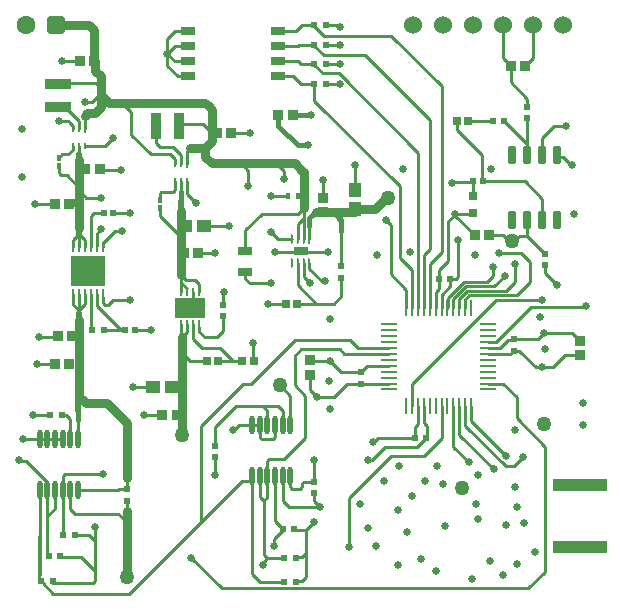
<source format=gbl>
G04*
G04 #@! TF.GenerationSoftware,Altium Limited,Altium Designer,24.9.1 (31)*
G04*
G04 Layer_Physical_Order=6*
G04 Layer_Color=16711680*
%FSLAX25Y25*%
%MOIN*%
G70*
G04*
G04 #@! TF.SameCoordinates,E493A569-BD46-4AD9-B400-18CC68C2C09C*
G04*
G04*
G04 #@! TF.FilePolarity,Positive*
G04*
G01*
G75*
%ADD11C,0.01000*%
%ADD13C,0.02000*%
%ADD20R,0.17953X0.03937*%
%ADD28R,0.01968X0.01968*%
%ADD29R,0.02047X0.02047*%
%ADD41C,0.06000*%
%ADD45C,0.01700*%
%ADD46C,0.02050*%
%ADD47C,0.01500*%
G04:AMPARAMS|DCode=50|XSize=62.99mil|YSize=62.99mil|CornerRadius=15.75mil|HoleSize=0mil|Usage=FLASHONLY|Rotation=180.000|XOffset=0mil|YOffset=0mil|HoleType=Round|Shape=RoundedRectangle|*
%AMROUNDEDRECTD50*
21,1,0.06299,0.03150,0,0,180.0*
21,1,0.03150,0.06299,0,0,180.0*
1,1,0.03150,-0.01575,0.01575*
1,1,0.03150,0.01575,0.01575*
1,1,0.03150,0.01575,-0.01575*
1,1,0.03150,-0.01575,-0.01575*
%
%ADD50ROUNDEDRECTD50*%
%ADD51C,0.06299*%
%ADD52C,0.02500*%
%ADD53C,0.05000*%
%ADD59C,0.03000*%
%ADD60R,0.02362X0.01968*%
%ADD61R,0.04355X0.05138*%
%ADD62R,0.01968X0.02362*%
%ADD63R,0.09055X0.03347*%
%ADD64R,0.00787X0.02638*%
%ADD65O,0.00787X0.02638*%
%ADD66R,0.01772X0.01968*%
%ADD67R,0.04724X0.03150*%
%ADD68R,0.01575X0.01968*%
%ADD69R,0.03563X0.03568*%
%ADD70O,0.01772X0.06299*%
G04:AMPARAMS|DCode=71|XSize=33.22mil|YSize=9.55mil|CornerRadius=4.77mil|HoleSize=0mil|Usage=FLASHONLY|Rotation=270.000|XOffset=0mil|YOffset=0mil|HoleType=Round|Shape=RoundedRectangle|*
%AMROUNDEDRECTD71*
21,1,0.03322,0.00000,0,0,270.0*
21,1,0.02367,0.00955,0,0,270.0*
1,1,0.00955,0.00000,-0.01184*
1,1,0.00955,0.00000,0.01184*
1,1,0.00955,0.00000,0.01184*
1,1,0.00955,0.00000,-0.01184*
%
%ADD71ROUNDEDRECTD71*%
%ADD72R,0.03347X0.09055*%
%ADD73R,0.00981X0.03169*%
%ADD74R,0.11811X0.10236*%
%ADD75R,0.02362X0.02165*%
%ADD76R,0.01100X0.05300*%
%ADD77R,0.05300X0.01100*%
%ADD78R,0.03568X0.03563*%
%ADD79R,0.02816X0.02648*%
%ADD80R,0.01968X0.01968*%
%ADD81R,0.02756X0.02756*%
%ADD82R,0.05000X0.02992*%
G04:AMPARAMS|DCode=83|XSize=23.62mil|YSize=57.09mil|CornerRadius=2.01mil|HoleSize=0mil|Usage=FLASHONLY|Rotation=180.000|XOffset=0mil|YOffset=0mil|HoleType=Round|Shape=RoundedRectangle|*
%AMROUNDEDRECTD83*
21,1,0.02362,0.05307,0,0,180.0*
21,1,0.01961,0.05709,0,0,180.0*
1,1,0.00402,-0.00980,0.02653*
1,1,0.00402,0.00980,0.02653*
1,1,0.00402,0.00980,-0.02653*
1,1,0.00402,-0.00980,-0.02653*
%
%ADD83ROUNDEDRECTD83*%
%ADD84R,0.00955X0.03322*%
%ADD85R,0.05118X0.02756*%
%ADD86R,0.05138X0.04355*%
%ADD87R,0.10000X0.06693*%
G04:AMPARAMS|DCode=88|XSize=29.77mil|YSize=9.55mil|CornerRadius=4.77mil|HoleSize=0mil|Usage=FLASHONLY|Rotation=90.000|XOffset=0mil|YOffset=0mil|HoleType=Round|Shape=RoundedRectangle|*
%AMROUNDEDRECTD88*
21,1,0.02977,0.00000,0,0,90.0*
21,1,0.02022,0.00955,0,0,90.0*
1,1,0.00955,0.00000,0.01011*
1,1,0.00955,0.00000,-0.01011*
1,1,0.00955,0.00000,-0.01011*
1,1,0.00955,0.00000,0.01011*
%
%ADD88ROUNDEDRECTD88*%
%ADD89R,0.00955X0.02977*%
%ADD90R,0.02756X0.02559*%
%ADD91C,0.02500*%
D11*
X172000Y60500D02*
Y67500D01*
X181362Y9362D02*
Y51138D01*
X172000Y60500D02*
X181362Y51138D01*
X167358Y72142D02*
X172000Y67500D01*
X152890Y55110D02*
X164500Y43500D01*
X152890Y55110D02*
Y64550D01*
X150921Y51079D02*
Y64550D01*
Y51079D02*
X156000Y46000D01*
X128000Y51000D02*
X138969D01*
X123787Y46787D02*
X128000Y51000D01*
X122500Y46500D02*
X122787Y46787D01*
X123787D01*
X138969Y51000D02*
X141969Y54000D01*
X113000Y83500D02*
X114516Y81984D01*
X100121Y83500D02*
X113000D01*
X114516Y81984D02*
X129550D01*
X109848Y79750D02*
X113630Y75968D01*
X120000D01*
Y72031D02*
X120110Y72142D01*
X129550D01*
X66793Y26207D02*
X66975Y26025D01*
X17627Y2000D02*
X42950D01*
X80514Y39564D02*
X83445D01*
X83802Y8690D02*
Y39920D01*
X66793Y57914D02*
X80939Y72061D01*
X66975Y26025D02*
X80514Y39564D01*
X42950Y2000D02*
X66975Y26025D01*
X66793Y26207D02*
Y57914D01*
X12961Y6293D02*
X12965Y8353D01*
X190354Y89009D02*
X192998Y86364D01*
X181016Y89009D02*
X190354D01*
X192998Y86364D02*
X193000D01*
X188136Y81636D02*
X192998D01*
X180500Y77500D02*
X184000D01*
X188136Y81636D01*
X178500Y77500D02*
X180500D01*
X172937Y83063D02*
X178500Y77500D01*
X162450Y81984D02*
X169921D01*
X171000Y83063D02*
X172937D01*
X169921Y81984D02*
X171000Y83063D01*
X166503Y84003D02*
X169205Y86705D01*
X162500Y84003D02*
X166503D01*
X169205Y86705D02*
X170705D01*
X171000Y87000D01*
X179008D01*
X166000Y115500D02*
X173500D01*
X176500Y106000D02*
Y112500D01*
X173500Y115500D02*
X176500Y112500D01*
X169418Y119500D02*
X171117D01*
X173086Y121468D01*
X175500D01*
X181500Y115469D01*
X162864Y121500D02*
X167418D01*
X169418Y119500D01*
X175500Y121468D02*
Y126772D01*
X149003Y97500D02*
Y100604D01*
X154399Y106000D01*
X148953Y97450D02*
X149003Y97500D01*
X104532Y166469D02*
Y172000D01*
X133000Y114000D02*
Y138000D01*
X104532Y166469D02*
X133000Y138000D01*
X107335Y175500D02*
X112682D01*
X139110Y149072D01*
Y97450D02*
Y149072D01*
X141079Y97450D02*
Y115079D01*
X143000Y117000D01*
Y160000D01*
X121500Y181500D02*
X143000Y160000D01*
X107835Y181500D02*
X121500D01*
X143047Y112047D02*
X147000Y116000D01*
X130267Y188000D02*
X147000Y171267D01*
Y116000D02*
Y171267D01*
X143047Y97450D02*
Y112047D01*
X133000Y114000D02*
X137142Y109858D01*
Y97450D02*
Y109858D01*
X53000Y128000D02*
Y130500D01*
Y128000D02*
X59000Y122000D01*
X34468Y90000D02*
X40000D01*
X32032Y97969D02*
X40000Y90000D01*
X41673D01*
X66105Y89395D02*
Y90953D01*
X68000Y87500D02*
X72000D01*
X66105Y89395D02*
X68000Y87500D01*
X72000D02*
X74000Y89500D01*
Y94500D01*
X113500Y101292D02*
Y107324D01*
Y111261D02*
Y123000D01*
X111000Y98792D02*
X113500Y101292D01*
X105208Y98792D02*
X111000D01*
X100984Y107516D02*
X103000Y105500D01*
X100984Y107516D02*
Y112302D01*
X99016Y104984D02*
X105208Y98792D01*
X98884D02*
X105208D01*
X99016Y104984D02*
Y108776D01*
X97968Y23500D02*
X98070Y23399D01*
X101699Y15792D02*
Y23399D01*
X98070D02*
X101699D01*
X101899D02*
X104500Y26000D01*
X87500Y11500D02*
Y11906D01*
X88084Y12490D01*
Y13293D01*
X88791Y14000D01*
X89000D01*
X94532D01*
X94038Y58257D02*
Y62962D01*
X92500Y64500D02*
X94038Y62962D01*
X87500Y64500D02*
X92500D01*
X78500D02*
X87500D01*
X88920Y63080D01*
Y58257D02*
Y63080D01*
X98000Y71500D02*
Y81379D01*
X101500Y54000D02*
Y68000D01*
X98000Y71500D02*
X101500Y68000D01*
X80939Y72061D02*
X83561D01*
X98000Y86500D01*
X116500D01*
X84185Y79685D02*
Y85315D01*
Y79685D02*
X84370Y79500D01*
X84000Y85500D02*
X84185Y85315D01*
X77500Y79500D02*
X80630D01*
X72500D02*
X77500D01*
X67000Y84000D02*
X73000D01*
X77500Y79500D01*
X57500Y151000D02*
X60106Y148394D01*
X53000Y151000D02*
X57500D01*
X60106Y145433D02*
Y148394D01*
X39243Y28757D02*
X41000Y27000D01*
X31243Y28757D02*
X39243D01*
X11500Y132000D02*
X18136D01*
X43500Y155000D02*
Y162500D01*
X40500Y165500D02*
X43500Y162500D01*
Y155000D02*
X50000Y148500D01*
X56500D01*
X58138Y146862D01*
X22899Y159292D02*
X24063Y158128D01*
X19500Y159500D02*
X22691D01*
X24063Y157000D02*
Y158128D01*
X152500Y107586D02*
Y120000D01*
X179008Y87000D02*
X181016Y89009D01*
X194766Y97766D02*
X195000Y98000D01*
X165146Y85971D02*
X176941Y97766D01*
X194766D01*
X105509Y67516D02*
X111016D01*
X103060Y69965D02*
Y75075D01*
X111016Y67516D02*
X115532Y72031D01*
X103060Y69965D02*
X105509Y67516D01*
X103114Y79750D02*
X109848D01*
X103000Y79864D02*
X103114Y79750D01*
X156263Y101500D02*
X164131D01*
X163259Y103016D02*
X168431D01*
X155641Y103000D02*
X163243D01*
X164148Y101516D02*
X172016D01*
X155020Y104500D02*
X162621D01*
X162638Y104516D02*
X164516D01*
X162621Y104500D02*
X162638Y104516D01*
X168431Y103016D02*
X171500Y106086D01*
X163243Y103000D02*
X163259Y103016D01*
X164131Y101500D02*
X164148Y101516D01*
X137142Y71921D02*
X165237Y100016D01*
X180509D01*
X172016Y101516D02*
X176500Y106000D01*
X164516Y104516D02*
X168000Y108000D01*
X181500Y109000D02*
Y111531D01*
Y109000D02*
X185500Y105000D01*
X184500Y158000D02*
X188500D01*
X63152Y97367D02*
X65633D01*
X66000Y97000D01*
X64136Y98351D02*
Y102792D01*
X63152Y97367D02*
X64136Y98351D01*
X162000Y106000D02*
X164000Y108000D01*
Y111000D01*
X21030Y164661D02*
X26032Y159660D01*
Y157000D02*
Y159660D01*
X24063Y150063D02*
Y151173D01*
X22500Y148500D02*
X24063Y150063D01*
X20547Y148500D02*
X22500D01*
X19524Y147476D02*
X20547Y148500D01*
X58138Y145433D02*
Y146862D01*
X62075Y145433D02*
Y149668D01*
X63199Y150792D01*
X81500Y116336D02*
Y123292D01*
X99016Y125311D02*
X101000Y127295D01*
X99000Y128792D02*
X101000Y130792D01*
X99016Y120282D02*
Y125311D01*
X87000Y128792D02*
X99000D01*
X81500Y123292D02*
X87000Y128792D01*
X94038Y32962D02*
Y41328D01*
X28000Y166000D02*
X30500D01*
X32500Y168000D01*
X19500Y172339D02*
X31661D01*
X33000Y171000D01*
X101000Y127295D02*
Y130792D01*
X70457Y157043D02*
X70502Y156998D01*
X67500Y158500D02*
X69500Y156500D01*
X104500Y39469D02*
Y46500D01*
Y33000D02*
X106500Y31000D01*
X104500Y33000D02*
Y35531D01*
X94038Y32962D02*
X96000Y31000D01*
X82500Y138000D02*
Y143000D01*
X80000Y145500D02*
X82500Y143000D01*
X59339Y158500D02*
X67500D01*
X94548Y140291D02*
Y142952D01*
X92500Y145000D02*
X94548Y142952D01*
X96597Y37586D02*
Y41328D01*
X97183Y37000D02*
X99914D01*
X100500Y37586D01*
X96597D02*
X97183Y37000D01*
X100500Y38883D02*
X101086Y39469D01*
X100500Y37586D02*
Y38883D01*
X101086Y39469D02*
X104500D01*
X101000Y120282D02*
Y127295D01*
X96000Y31000D02*
X106500D01*
X28000Y157000D02*
Y161394D01*
X62075Y135417D02*
Y139606D01*
Y135417D02*
X65199Y132292D01*
X28000Y151173D02*
X34673D01*
X37500Y154000D01*
X58138Y136802D02*
Y139606D01*
X57336Y136000D02*
X58138Y136802D01*
X60106Y139000D02*
Y139606D01*
X60000Y138894D02*
X60106Y139000D01*
X60000Y136000D02*
Y138894D01*
X170000Y177867D02*
X170135Y178002D01*
X151500Y128500D02*
X151744Y128744D01*
X157256D01*
X157500Y128988D01*
X157077Y139250D02*
X157327Y139500D01*
X150750Y139250D02*
X157077D01*
X150500Y139000D02*
X150750Y139250D01*
X157413Y134587D02*
X157500Y134500D01*
X157413Y134587D02*
Y139413D01*
X157327Y139500D02*
X157413Y139413D01*
X174796Y139500D02*
X180500Y133797D01*
X160673Y139500D02*
X174796D01*
X160500Y139673D02*
Y148176D01*
X152000Y156676D02*
X160500Y148176D01*
Y139673D02*
X160673Y139500D01*
X152000Y156676D02*
Y159500D01*
X180500Y126772D02*
Y133797D01*
X14016Y5611D02*
X17627Y2000D01*
X13022Y8353D02*
Y34528D01*
X13018Y34524D02*
X13022Y34528D01*
X12965Y8353D02*
X13018Y34524D01*
X26032Y137469D02*
X26271Y137229D01*
X22000Y141500D02*
X26032Y137469D01*
Y148531D02*
Y151173D01*
X34750Y98250D02*
X35750D01*
X34000Y99000D02*
X34750Y98250D01*
X34000Y99000D02*
Y101000D01*
X35750Y98250D02*
X37500Y100000D01*
X32032Y97969D02*
Y102127D01*
X30063Y90469D02*
Y102127D01*
X141969Y54000D02*
X142000Y54031D01*
X37500Y100000D02*
X43000D01*
X38000Y123000D02*
X40500D01*
X34000Y119000D02*
X38000Y123000D01*
X34000Y117500D02*
Y119000D01*
X27000Y135500D02*
X28500Y134000D01*
X33500D01*
X32000Y122000D02*
X33500Y123500D01*
X30063Y128063D02*
X31000Y129000D01*
X30063Y117500D02*
Y128063D01*
X32000Y118032D02*
Y122000D01*
X37575Y129000D02*
X43000D01*
X31000D02*
X34425D01*
X26126Y122000D02*
X28095Y120031D01*
Y117500D02*
Y120031D01*
X24158Y120031D02*
X26126Y122000D01*
X24158Y117500D02*
Y120031D01*
X20191Y141500D02*
X22000D01*
X44673Y90000D02*
X50000D01*
X28095Y98594D02*
Y102127D01*
X26000Y96500D02*
X28095Y98594D01*
X24158Y98343D02*
X26000Y96500D01*
X24158Y98343D02*
Y102127D01*
X23258Y53721D02*
Y60258D01*
X20742Y61918D02*
X20851Y61808D01*
X21709D02*
X23258Y60258D01*
X20851Y61808D02*
X21709D01*
X26126Y95626D02*
Y102127D01*
Y117500D02*
Y122000D01*
X19500Y142191D02*
X20191Y141500D01*
X156827Y59673D02*
X168500Y48000D01*
X170996Y44496D02*
X174000Y47500D01*
X154858Y58142D02*
X168504Y44496D01*
X170996D01*
X154858Y58142D02*
Y64550D01*
X156827Y59673D02*
Y64550D01*
X116000Y17500D02*
Y34000D01*
X130151Y48151D01*
X141151D01*
X124203Y52500D02*
X124406D01*
X125906Y54000D01*
X138031D01*
X141151Y48151D02*
X146984Y53984D01*
Y64550D01*
X151500Y128138D02*
Y128500D01*
X158135Y121500D02*
Y121502D01*
X151500Y128138D02*
X158135Y121502D01*
X20699Y41199D02*
X21500Y42000D01*
X20699Y36792D02*
Y41199D01*
X21500Y42000D02*
X34000D01*
X63500Y14000D02*
X73681Y3819D01*
X175819D01*
X15581Y28257D02*
Y39164D01*
X8532Y46213D02*
X15581Y39164D01*
Y14257D02*
Y28257D01*
X6287Y46213D02*
X8532D01*
X6000Y46500D02*
X6287Y46213D01*
X42000Y32547D02*
Y33031D01*
Y29500D02*
Y32547D01*
X41516D02*
X42000Y33031D01*
Y36968D02*
Y40500D01*
X39319Y36968D02*
X42000D01*
X25817Y36792D02*
X39143D01*
X39319Y36968D01*
X175819Y3819D02*
X181362Y9362D01*
X94032Y23303D02*
Y23500D01*
X91000Y20271D02*
X94032Y23303D01*
X91000Y19000D02*
Y20271D01*
X91479Y26250D02*
Y41328D01*
Y26250D02*
X94032Y23697D01*
Y23500D02*
Y23697D01*
X101699Y7699D02*
Y15792D01*
X98468Y6000D02*
X98835Y6367D01*
X100367D01*
X101699Y7699D01*
X83802Y8690D02*
X86492Y6000D01*
X94532D01*
X13531Y6293D02*
X13532Y6292D01*
X12961Y6293D02*
X13531D01*
X98892Y14424D02*
X100331D01*
X98468Y14000D02*
X98892Y14424D01*
X100331D02*
X101699Y15792D01*
X87667Y15124D02*
X88791Y14000D01*
X87667Y15124D02*
Y33000D01*
X18140Y30477D02*
Y36792D01*
X13018Y34524D02*
X13022Y36792D01*
X83802Y39920D02*
Y41328D01*
X83445Y39564D02*
X83802Y39920D01*
X71500Y51468D02*
Y57500D01*
X78500Y64500D01*
X98000Y81379D02*
X100121Y83500D01*
X87667Y33000D02*
X88920Y34253D01*
Y41328D01*
X86361Y34306D02*
X87667Y33000D01*
X86361Y34306D02*
Y41328D01*
X89586Y47000D02*
X94500D01*
X88920Y41328D02*
Y46334D01*
X89586Y47000D01*
X94500D02*
X101500Y54000D01*
X96597Y58257D02*
Y67903D01*
X93000Y71500D02*
X96597Y67903D01*
X119047Y83953D02*
X129550D01*
X116500Y86500D02*
X119047Y83953D01*
X122079Y78047D02*
X129550D01*
X120000Y75968D02*
X122079Y78047D01*
X149969Y107000D02*
X151914D01*
X152500Y107586D01*
X149000Y126000D02*
X151500Y128500D01*
X146031Y110031D02*
X149000Y113000D01*
Y126000D01*
X171500Y106086D02*
Y112000D01*
X128500Y126500D02*
X130000Y125000D01*
Y108500D02*
Y125000D01*
Y108500D02*
X135173Y103327D01*
Y97450D02*
Y103327D01*
X185500Y148180D02*
X186181Y147499D01*
X185500Y148180D02*
Y148228D01*
X186181Y147499D02*
X187595D01*
X190094Y145000D01*
X170000Y172500D02*
Y177867D01*
X175500Y164437D02*
Y167000D01*
X170000Y172500D02*
X175500Y167000D01*
X168421Y158819D02*
X168618D01*
X175500Y148228D02*
Y151937D01*
X167937Y159303D02*
Y159500D01*
X168618Y158819D02*
X175500Y151937D01*
Y160500D01*
X167937Y159303D02*
X168421Y158819D01*
X155768Y159500D02*
X164000D01*
X154399Y106000D02*
X162000D01*
X154908Y97500D02*
Y100146D01*
X156263Y101500D01*
X150971Y100451D02*
X155020Y104500D01*
X152940Y100299D02*
X155641Y103000D01*
X150921Y97450D02*
X150971Y97500D01*
Y100451D01*
X152890Y97450D02*
X152940Y97500D01*
Y100299D01*
X154858Y97450D02*
X154908Y97500D01*
X190094Y145000D02*
X190500D01*
X180500Y154000D02*
X184500Y158000D01*
X60199Y87500D02*
Y91941D01*
X62168Y89168D02*
Y91941D01*
X60500Y87500D02*
X62168Y89168D01*
X71500Y41500D02*
Y47532D01*
X108468Y172000D02*
X113000D01*
X108468Y178500D02*
X113000D01*
X108468Y185000D02*
X113000D01*
X112094Y191500D02*
X112594Y191000D01*
X113000D01*
X108500Y191500D02*
X112094D01*
X104532Y178303D02*
X107335Y175500D01*
X107866Y188000D02*
X130267D01*
X104532Y178303D02*
Y178500D01*
X12101Y78708D02*
X18237D01*
X12763Y87792D02*
X18792D01*
X102953Y120282D02*
Y124547D01*
X118000Y136652D02*
Y145000D01*
X86361Y54225D02*
X86947Y53639D01*
X90893D02*
X91479Y54225D01*
X86947Y53639D02*
X90893D01*
X91479Y54225D02*
Y58257D01*
X86361Y54225D02*
Y58257D01*
X60199Y105792D02*
Y108292D01*
X65864Y115500D02*
X71500D01*
X60000Y129992D02*
X60199Y129792D01*
X24920Y28757D02*
X31243D01*
X25817Y60115D02*
X25852Y60149D01*
X25817Y53721D02*
Y60115D01*
X20399Y179792D02*
X26534D01*
X64136Y86864D02*
X67000Y84000D01*
X64136Y86864D02*
Y91941D01*
X44000Y71000D02*
X50840D01*
X61000Y81500D02*
X63000Y79500D01*
X68760D01*
X17084Y5757D02*
X30834D01*
X31420Y19757D02*
Y24420D01*
X100000Y116292D02*
X100146Y116146D01*
X108854D02*
X109000Y116000D01*
X100146Y116146D02*
X108854D01*
X99854D02*
X100000Y116292D01*
X91646Y116146D02*
X99854D01*
X91500Y116000D02*
X91646Y116146D01*
X56555Y136000D02*
X57336D01*
X53500D02*
X56555D01*
X53000Y135500D02*
X53500Y136000D01*
X53000Y133453D02*
Y135500D01*
X83000Y105500D02*
X90000D01*
X81500Y107000D02*
X83000Y105500D01*
X81500Y107000D02*
Y109249D01*
X60199Y102792D02*
Y105792D01*
Y108292D02*
X61699Y106792D01*
X60199Y105792D02*
X62168Y103824D01*
X61699Y106792D02*
X64699D01*
X51661Y152339D02*
Y158000D01*
Y152339D02*
X53000Y151000D01*
X19500Y142191D02*
Y144524D01*
X107500Y134000D02*
Y139843D01*
X89146Y98646D02*
X94970D01*
X95116Y98792D01*
X89000Y98500D02*
X89146Y98646D01*
X76864Y155500D02*
X83000D01*
X69245Y124500D02*
X76000D01*
X77875Y56500D02*
X79632Y58257D01*
X83802D01*
X77500Y56500D02*
X77875D01*
X74000Y98469D02*
Y102261D01*
X7721Y53721D02*
X13022D01*
X103000Y75136D02*
X103060Y75075D01*
X115532Y72031D02*
X120000D01*
X162450Y72142D02*
X167358D01*
X180500Y148228D02*
Y154000D01*
X137142Y64550D02*
Y71921D01*
X104532Y184803D02*
X107835Y181500D01*
X104563Y191303D02*
X107866Y188000D01*
X174864Y178000D02*
Y178002D01*
X177500Y180638D01*
Y191500D01*
X167500D02*
X167586Y191414D01*
Y180500D02*
X167638D01*
X167586D02*
Y191414D01*
X167638Y180500D02*
X170135Y178002D01*
Y178000D02*
Y178002D01*
X146031Y107000D02*
Y110031D01*
X146984Y97450D02*
X147034Y97500D01*
Y101582D02*
X149969Y104516D01*
X147034Y97500D02*
Y101582D01*
X149969Y104516D02*
Y107000D01*
X146031Y103541D02*
Y107000D01*
X145016Y102525D02*
X146031Y103541D01*
X145016Y97450D02*
Y102525D01*
X162500Y85971D02*
X165146D01*
X162450Y85921D02*
X162500Y85971D01*
X104532Y184803D02*
Y185000D01*
X104563Y191303D02*
Y191500D01*
X92500Y179500D02*
X99000D01*
X100000Y178500D01*
X104532D01*
X100500Y191500D02*
X104563D01*
X98500Y189500D02*
X100500Y191500D01*
X92500Y189500D02*
X98500D01*
X99500Y185000D02*
X104532D01*
X92500Y184500D02*
X99000D01*
X99500Y185000D01*
X100000Y172000D02*
X104532D01*
X97500Y174500D02*
X100000Y172000D01*
X92500Y174500D02*
X97500D01*
X141079Y58921D02*
Y64550D01*
Y58921D02*
X142000Y58000D01*
Y54031D02*
Y58000D01*
X138000Y54031D02*
Y57500D01*
X139110Y58610D02*
Y64550D01*
X138000Y57500D02*
X139110Y58610D01*
X162450Y83953D02*
X162500Y84003D01*
X18140Y53721D02*
X20699D01*
X15581D02*
X18140D01*
X13022D02*
X15581D01*
X59000Y174500D02*
X62500D01*
X55500Y182000D02*
X58000Y179500D01*
Y189500D02*
X62500D01*
X55500Y182000D02*
X58000Y184500D01*
X55500Y178000D02*
X59000Y174500D01*
X55500Y187000D02*
X58000Y189500D01*
Y184500D02*
X62500D01*
X58000Y179500D02*
X62500D01*
X55500Y182000D02*
Y187000D01*
Y178000D02*
Y182000D01*
X15920Y28257D02*
X18140Y30477D01*
X34399Y143292D02*
X40034D01*
X47801Y61792D02*
X53936D01*
X64699Y106792D02*
X66105Y105387D01*
X10899Y61792D02*
X16430D01*
X20185Y14257D02*
X26920D01*
X20699Y22009D02*
Y36792D01*
X23258Y30418D02*
X24920Y28757D01*
X23258Y30418D02*
Y36792D01*
X30834Y5757D02*
X31420Y6343D01*
Y9757D01*
X26920Y14257D02*
X31420Y9757D01*
Y19757D01*
X29420Y21757D02*
X31420Y19757D01*
X24888Y21757D02*
X29420D01*
X102953Y110339D02*
Y112302D01*
X92510Y120282D02*
X97047D01*
X90000Y122792D02*
X92510Y120282D01*
X90000Y134792D02*
X95925D01*
X83802Y58257D02*
X86361D01*
X66105Y102792D02*
Y105387D01*
X99016Y108776D02*
Y112302D01*
X102953Y110339D02*
X107000Y106292D01*
X108000D01*
D13*
X26032Y146531D02*
Y148531D01*
X26126Y122000D02*
Y124000D01*
Y93374D02*
Y95626D01*
X111000Y129292D02*
X113500Y126792D01*
D20*
X193000Y17685D02*
D03*
Y38315D02*
D03*
D28*
X16430Y61792D02*
D03*
X20367D02*
D03*
X138031Y54000D02*
D03*
X141969D02*
D03*
X149969Y107000D02*
D03*
X146031D02*
D03*
D29*
X34425Y129000D02*
D03*
X37575D02*
D03*
D41*
X137500Y191500D02*
D03*
X147500D02*
D03*
X157500D02*
D03*
X167500D02*
D03*
X177500D02*
D03*
X187500D02*
D03*
D45*
X102953Y127245D02*
X105000Y129292D01*
D46*
X25852Y62852D02*
Y66852D01*
X60000Y129992D02*
Y133000D01*
D47*
X92636Y157864D02*
X99000Y151500D01*
X102500D01*
X92636Y157864D02*
Y161500D01*
X113500Y123000D02*
Y126792D01*
X102953Y124547D02*
Y127245D01*
X60000Y133000D02*
Y136000D01*
X25852Y60149D02*
Y62852D01*
X97364Y161500D02*
X103500D01*
D50*
X18500Y191792D02*
D03*
D51*
X8500D02*
D03*
D52*
X136500Y116000D02*
D03*
X134000Y143500D02*
D03*
X103000Y105500D02*
D03*
X87500Y11500D02*
D03*
X84000Y85500D02*
D03*
X19500Y159500D02*
D03*
X152500Y120000D02*
D03*
X181016Y89009D02*
D03*
X195000Y98000D02*
D03*
X180500Y77500D02*
D03*
X105509Y67516D02*
D03*
X109848Y79750D02*
D03*
X180509Y100016D02*
D03*
X185500Y105000D02*
D03*
X191000Y128500D02*
D03*
X188500Y158000D02*
D03*
X66000Y97000D02*
D03*
X60500D02*
D03*
X181500Y83500D02*
D03*
X179680Y94309D02*
D03*
X164000Y111000D02*
D03*
X132772Y44500D02*
D03*
X145500D02*
D03*
X28000Y166000D02*
D03*
X106500Y31000D02*
D03*
X104620Y46593D02*
D03*
X82500Y138000D02*
D03*
X94548Y140291D02*
D03*
X65199Y132292D02*
D03*
X37500Y154000D02*
D03*
X29079Y109813D02*
D03*
X7000Y141000D02*
D03*
Y157000D02*
D03*
X43000Y100000D02*
D03*
X40500Y123000D02*
D03*
X33500Y134000D02*
D03*
Y123500D02*
D03*
X50000Y90000D02*
D03*
X164500Y43500D02*
D03*
X156000Y46000D02*
D03*
X168500Y48000D02*
D03*
X159000Y41500D02*
D03*
X174000Y47500D02*
D03*
X122500Y46500D02*
D03*
X104500Y26000D02*
D03*
X124203Y52500D02*
D03*
X127908Y39775D02*
D03*
X119726Y31907D02*
D03*
X122500Y24000D02*
D03*
X141500Y39500D02*
D03*
X147500Y38500D02*
D03*
X132500Y30000D02*
D03*
X137000Y34500D02*
D03*
X151500Y128500D02*
D03*
X34000Y42000D02*
D03*
X63500Y14000D02*
D03*
X6000Y46500D02*
D03*
X116000Y17500D02*
D03*
X91000Y18000D02*
D03*
X168000Y108000D02*
D03*
X171500Y112000D02*
D03*
X166000Y115500D02*
D03*
X128500Y126500D02*
D03*
X190500Y145000D02*
D03*
X71500Y41500D02*
D03*
X113000Y172000D02*
D03*
Y178500D02*
D03*
Y185000D02*
D03*
Y191000D02*
D03*
X102500Y151500D02*
D03*
X12101Y78708D02*
D03*
X12763Y87792D02*
D03*
X118000Y145000D02*
D03*
X171500Y56500D02*
D03*
X71500Y115500D02*
D03*
X163000Y13000D02*
D03*
X157000Y7000D02*
D03*
X159000Y27000D02*
D03*
X135592Y22774D02*
D03*
X167593Y8225D02*
D03*
X187000Y17500D02*
D03*
X191500D02*
D03*
X197000D02*
D03*
X44000Y71000D02*
D03*
X31420Y24420D02*
D03*
X109000Y116000D02*
D03*
X91500D02*
D03*
X90000Y105500D02*
D03*
X108000Y106292D02*
D03*
X107500Y139843D02*
D03*
X89000Y98500D02*
D03*
X83000Y155500D02*
D03*
X76000Y124500D02*
D03*
X77500Y56500D02*
D03*
X43000Y129000D02*
D03*
X148000Y24500D02*
D03*
X7500Y53500D02*
D03*
X163500Y143500D02*
D03*
X192000Y38500D02*
D03*
X103500Y161500D02*
D03*
X150500Y139000D02*
D03*
X55500Y182000D02*
D03*
X47801Y61792D02*
D03*
X10899D02*
D03*
X11500Y132000D02*
D03*
X20399Y179792D02*
D03*
X40034Y143292D02*
D03*
X74500Y102761D02*
D03*
X90000Y122792D02*
D03*
Y134792D02*
D03*
X158000Y115000D02*
D03*
X158500Y32000D02*
D03*
X186500Y38500D02*
D03*
X172000Y31000D02*
D03*
X171500Y37500D02*
D03*
X125000Y18000D02*
D03*
X140000Y13500D02*
D03*
X174500Y25500D02*
D03*
X178226Y16093D02*
D03*
X172087Y12009D02*
D03*
X168500Y25000D02*
D03*
X145272Y9500D02*
D03*
X197000Y38500D02*
D03*
X132407Y11726D02*
D03*
X194063Y58398D02*
D03*
X194000Y65772D02*
D03*
X109728Y93500D02*
D03*
Y63500D02*
D03*
X125500Y115000D02*
D03*
X109500Y73000D02*
D03*
D53*
X42000Y7500D02*
D03*
X170500Y119500D02*
D03*
X129000Y134000D02*
D03*
X153775Y37275D02*
D03*
X181000Y58500D02*
D03*
X93000Y71500D02*
D03*
X60500Y55000D02*
D03*
D59*
X105000Y129292D02*
X111000D01*
X60199Y108292D02*
Y122292D01*
Y129792D01*
X42000Y7500D02*
Y28757D01*
X40500Y165500D02*
X68000D01*
X36000D02*
X40500D01*
X63199Y150792D02*
X68199D01*
X28899Y162292D02*
X31399D01*
X33399Y164292D01*
X34000Y167500D02*
X36000Y165500D01*
X68199Y150792D02*
X70457Y153050D01*
X70502Y156998D02*
Y163455D01*
X68000Y165500D02*
X69422Y164535D01*
X70502Y163455D01*
X68199Y147801D02*
Y150792D01*
Y147801D02*
X70500Y145500D01*
X98000D02*
X100500Y143000D01*
X70500Y145500D02*
X80000D01*
X101000Y130792D02*
Y142500D01*
X70457Y153050D02*
Y157043D01*
X31263Y179792D02*
Y190035D01*
X31545Y176455D02*
Y179508D01*
Y176455D02*
X33399Y174601D01*
X18500Y191792D02*
X29506D01*
X31263Y190035D01*
X33399Y164292D02*
Y174601D01*
X31500Y179508D02*
X31545D01*
X80000Y145500D02*
X98000D01*
X28000Y161394D02*
X28899Y162292D01*
X26126Y132500D02*
Y136500D01*
Y124000D02*
Y132500D01*
X26032Y137469D02*
Y146531D01*
Y137229D02*
Y137469D01*
X26126Y66852D02*
Y93374D01*
X42000Y28757D02*
Y29500D01*
Y40500D02*
Y59000D01*
X35500Y65500D02*
X42000Y59000D01*
X60500Y56000D02*
Y87500D01*
X124807Y130348D02*
X128459Y134000D01*
X118678Y130348D02*
X124807D01*
X118000Y129671D02*
X118678Y130348D01*
X118000Y129292D02*
Y129671D01*
X111000Y129292D02*
X118000D01*
X128459Y134000D02*
X129000D01*
X27000Y66852D02*
X28352Y65500D01*
X35500D01*
D60*
X113500Y111261D02*
D03*
Y107324D02*
D03*
X104500Y39469D02*
D03*
Y35531D02*
D03*
X42000Y36968D02*
D03*
Y33031D02*
D03*
X175500Y160500D02*
D03*
Y164437D02*
D03*
D61*
X118000Y136652D02*
D03*
Y130348D02*
D03*
D62*
X104563Y191500D02*
D03*
X108500D02*
D03*
X108468Y185000D02*
D03*
X104532D02*
D03*
X108468Y172000D02*
D03*
X104532D02*
D03*
X108468Y178500D02*
D03*
X104532D02*
D03*
X97968Y23500D02*
D03*
X94032D02*
D03*
X98468Y14000D02*
D03*
X94532D02*
D03*
X164000Y159500D02*
D03*
X167937D02*
D03*
X94532Y6000D02*
D03*
X98468D02*
D03*
X13532Y6292D02*
D03*
X17468D02*
D03*
X16032Y14500D02*
D03*
X19968D02*
D03*
X20952Y21757D02*
D03*
X24888D02*
D03*
X34468Y90000D02*
D03*
X30531D02*
D03*
D63*
X19000Y171839D02*
D03*
Y164161D02*
D03*
D64*
X62075Y145433D02*
D03*
X28000Y157000D02*
D03*
D65*
X58138Y139606D02*
D03*
X60106Y145433D02*
D03*
X58138D02*
D03*
X62075Y139606D02*
D03*
X60106D02*
D03*
X24063Y151173D02*
D03*
X26032Y157000D02*
D03*
X24063D02*
D03*
X28000Y151173D02*
D03*
X26032D02*
D03*
D66*
X19500Y147476D02*
D03*
Y144524D02*
D03*
X53000Y133453D02*
D03*
Y130500D02*
D03*
D67*
X81500Y116336D02*
D03*
Y109249D02*
D03*
D68*
X99075Y134792D02*
D03*
X95925D02*
D03*
D69*
X72136Y155500D02*
D03*
X31263Y179792D02*
D03*
X18237Y78708D02*
D03*
X22966D02*
D03*
X19000Y88000D02*
D03*
X23729D02*
D03*
X22864Y132000D02*
D03*
X18136D02*
D03*
X26534Y179792D02*
D03*
X97364Y161500D02*
D03*
X92636D02*
D03*
X158135Y121500D02*
D03*
X162864D02*
D03*
X170135Y178000D02*
D03*
X174864D02*
D03*
X53936Y61792D02*
D03*
X58665D02*
D03*
X76864Y155500D02*
D03*
X65864Y115500D02*
D03*
X61136D02*
D03*
X33000Y143500D02*
D03*
X28271D02*
D03*
D70*
X94038Y41328D02*
D03*
X96597D02*
D03*
X83802D02*
D03*
X86361D02*
D03*
X88920D02*
D03*
X91479D02*
D03*
X83802Y58257D02*
D03*
X86361D02*
D03*
X88920D02*
D03*
X91479D02*
D03*
X94038D02*
D03*
X96597D02*
D03*
X13022Y36792D02*
D03*
X15581D02*
D03*
X18140D02*
D03*
X20699D02*
D03*
X23258D02*
D03*
X25817D02*
D03*
X13022Y53721D02*
D03*
X15581D02*
D03*
X18140D02*
D03*
X20699D02*
D03*
X23258D02*
D03*
X25817D02*
D03*
D71*
X100984Y120282D02*
D03*
X99016D02*
D03*
X102953Y112302D02*
D03*
X100984D02*
D03*
X99016D02*
D03*
X97047D02*
D03*
Y120282D02*
D03*
D72*
X59339Y158000D02*
D03*
X51661D02*
D03*
D73*
X24158Y117500D02*
D03*
X26126D02*
D03*
X28095D02*
D03*
X30063D02*
D03*
X32032D02*
D03*
X34000D02*
D03*
Y102127D02*
D03*
X32032D02*
D03*
X30063D02*
D03*
X28095D02*
D03*
X26126D02*
D03*
X24158D02*
D03*
D74*
X29079Y109813D02*
D03*
D75*
X157327Y139500D02*
D03*
X160673D02*
D03*
X41327Y90000D02*
D03*
X44673D02*
D03*
D76*
X148953Y97450D02*
D03*
X146984D02*
D03*
X145016D02*
D03*
X135173D02*
D03*
Y64550D02*
D03*
X137142D02*
D03*
X139110D02*
D03*
X141079D02*
D03*
X143047D02*
D03*
X145016D02*
D03*
X148953D02*
D03*
X150921D02*
D03*
X152890D02*
D03*
X154858D02*
D03*
X156827D02*
D03*
X146984D02*
D03*
X137142Y97450D02*
D03*
X139110D02*
D03*
X141079D02*
D03*
X143047D02*
D03*
X150921D02*
D03*
X152890D02*
D03*
X154858D02*
D03*
X156827D02*
D03*
D77*
X129550Y91827D02*
D03*
Y80016D02*
D03*
Y78047D02*
D03*
Y72142D02*
D03*
Y70173D02*
D03*
X162450D02*
D03*
Y78047D02*
D03*
Y80016D02*
D03*
Y81984D02*
D03*
Y83953D02*
D03*
Y85921D02*
D03*
Y87890D02*
D03*
X129550Y81984D02*
D03*
Y83953D02*
D03*
X162450Y89858D02*
D03*
Y74110D02*
D03*
Y91827D02*
D03*
Y76079D02*
D03*
Y72142D02*
D03*
X129550Y87890D02*
D03*
Y74110D02*
D03*
Y76079D02*
D03*
Y85921D02*
D03*
Y89858D02*
D03*
D78*
X193000Y86364D02*
D03*
Y81636D02*
D03*
X103000Y79864D02*
D03*
Y75136D02*
D03*
X107500Y134000D02*
D03*
Y129271D02*
D03*
D79*
X152000Y159500D02*
D03*
X155768D02*
D03*
X98884Y98792D02*
D03*
X95116D02*
D03*
D80*
X71500Y51468D02*
D03*
X181500Y111531D02*
D03*
Y115469D02*
D03*
X74000Y98469D02*
D03*
Y94532D02*
D03*
X71500Y47532D02*
D03*
X171000Y83063D02*
D03*
Y87000D02*
D03*
X120000Y72031D02*
D03*
Y75968D02*
D03*
D81*
X157500Y128988D02*
D03*
Y134500D02*
D03*
D82*
X62500Y189500D02*
D03*
Y184500D02*
D03*
Y179500D02*
D03*
Y174500D02*
D03*
X92500D02*
D03*
Y179500D02*
D03*
Y184500D02*
D03*
Y189500D02*
D03*
D83*
X185500Y126772D02*
D03*
X180500D02*
D03*
X175500D02*
D03*
X170500D02*
D03*
X185500Y148228D02*
D03*
X180500D02*
D03*
X175500D02*
D03*
X170500D02*
D03*
D84*
X102953Y120282D02*
D03*
D85*
X100000Y116292D02*
D03*
D86*
X50848Y71000D02*
D03*
X57152D02*
D03*
X67652Y124500D02*
D03*
X61348D02*
D03*
D87*
X63152Y97367D02*
D03*
D88*
X60199Y102792D02*
D03*
X62168D02*
D03*
X64136D02*
D03*
X66105D02*
D03*
Y91941D02*
D03*
X64136D02*
D03*
X62168D02*
D03*
D89*
X60199D02*
D03*
D90*
X84370Y79500D02*
D03*
X80630D02*
D03*
X72500D02*
D03*
X68760D02*
D03*
D91*
X23157Y132292D02*
X25918D01*
X22864Y132000D02*
X23157Y132292D01*
X25918D02*
X26126Y132500D01*
M02*

</source>
